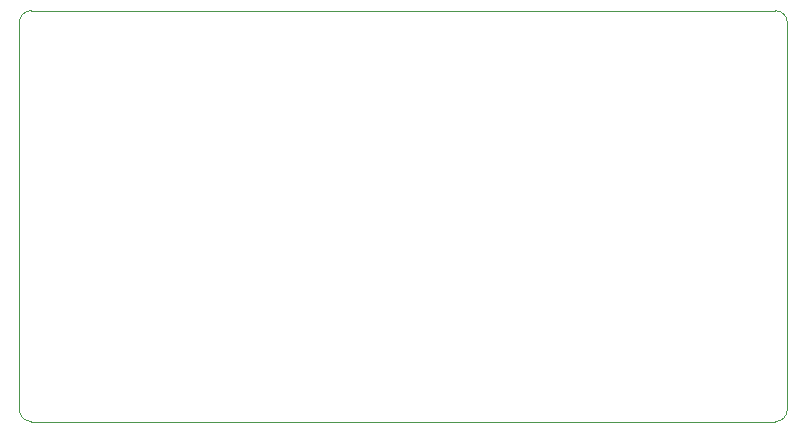
<source format=gbr>
%TF.GenerationSoftware,Altium Limited,Altium NEXUS,2.1.5 (53)*%
G04 Layer_Color=0*
%FSLAX44Y44*%
%MOMM*%
%TF.FileFunction,Profile,NP*%
%TF.Part,Single*%
G01*
G75*
%TA.AperFunction,Profile*%
%ADD103C,0.0254*%
D103*
X641350Y39370D02*
G03*
X651510Y49530I0J10160D01*
G01*
X651510Y49530D01*
X651510Y377190D01*
D02*
G03*
X641350Y387350I-10160J-0D01*
G01*
X11430Y387350D01*
D02*
G03*
X1306Y377226I0J-10124D01*
G01*
Y49530D01*
D02*
G03*
X11466Y39370I10158J-1D01*
G01*
X12700Y39370D01*
X641350Y39370D01*
%TF.MD5,9ffd8aef6c565a18145771055d3ff467*%
M02*

</source>
